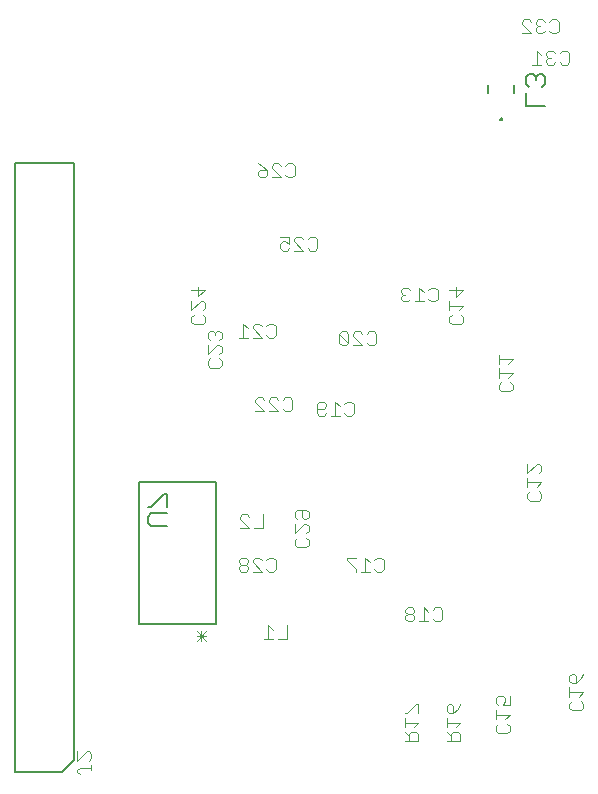
<source format=gbo>
G04 EAGLE Gerber RS-274X export*
G75*
%MOMM*%
%FSLAX34Y34*%
%LPD*%
%INSilkscreen Bottom*%
%IPPOS*%
%AMOC8*
5,1,8,0,0,1.08239X$1,22.5*%
G01*
%ADD10C,0.152400*%
%ADD11C,0.101600*%
%ADD12C,0.127000*%
%ADD13C,0.076200*%


D10*
X138952Y275082D02*
X125394Y275082D01*
X122682Y277794D01*
X122682Y283217D01*
X125394Y285929D01*
X138952Y285929D01*
X138952Y291454D02*
X138952Y302300D01*
X136240Y302300D01*
X125394Y291454D01*
X122682Y291454D01*
X442722Y630682D02*
X458992Y630682D01*
X442722Y630682D02*
X442722Y641529D01*
X456280Y647054D02*
X458992Y649765D01*
X458992Y655189D01*
X456280Y657900D01*
X453569Y657900D01*
X450857Y655189D01*
X450857Y652477D01*
X450857Y655189D02*
X448145Y657900D01*
X445434Y657900D01*
X442722Y655189D01*
X442722Y649765D01*
X445434Y647054D01*
D11*
X387092Y93298D02*
X375398Y93298D01*
X387092Y93298D02*
X387092Y99145D01*
X385143Y101094D01*
X381245Y101094D01*
X379296Y99145D01*
X379296Y93298D01*
X379296Y97196D02*
X375398Y101094D01*
X383194Y104992D02*
X387092Y108890D01*
X375398Y108890D01*
X375398Y104992D02*
X375398Y112788D01*
X385143Y120584D02*
X387092Y124482D01*
X385143Y120584D02*
X381245Y116686D01*
X377347Y116686D01*
X375398Y118635D01*
X375398Y122533D01*
X377347Y124482D01*
X379296Y124482D01*
X381245Y122533D01*
X381245Y116686D01*
X351532Y93298D02*
X339838Y93298D01*
X351532Y93298D02*
X351532Y99145D01*
X349583Y101094D01*
X345685Y101094D01*
X343736Y99145D01*
X343736Y93298D01*
X343736Y97196D02*
X339838Y101094D01*
X347634Y104992D02*
X351532Y108890D01*
X339838Y108890D01*
X339838Y104992D02*
X339838Y112788D01*
X351532Y116686D02*
X351532Y124482D01*
X349583Y124482D01*
X341787Y116686D01*
X339838Y116686D01*
X219810Y273478D02*
X219810Y285172D01*
X219810Y273478D02*
X212014Y273478D01*
X208116Y273478D02*
X200320Y273478D01*
X208116Y273478D02*
X200320Y281274D01*
X200320Y283223D01*
X202269Y285172D01*
X206167Y285172D01*
X208116Y283223D01*
X256713Y265402D02*
X258662Y263453D01*
X258662Y259555D01*
X256713Y257606D01*
X248917Y257606D01*
X246968Y259555D01*
X246968Y263453D01*
X248917Y265402D01*
X246968Y269300D02*
X246968Y277096D01*
X246968Y269300D02*
X254764Y277096D01*
X256713Y277096D01*
X258662Y275147D01*
X258662Y271249D01*
X256713Y269300D01*
X248917Y280994D02*
X246968Y282943D01*
X246968Y286841D01*
X248917Y288790D01*
X256713Y288790D01*
X258662Y286841D01*
X258662Y282943D01*
X256713Y280994D01*
X254764Y280994D01*
X252815Y282943D01*
X252815Y288790D01*
X185002Y415215D02*
X183053Y417164D01*
X185002Y415215D02*
X185002Y411317D01*
X183053Y409368D01*
X175257Y409368D01*
X173308Y411317D01*
X173308Y415215D01*
X175257Y417164D01*
X173308Y421062D02*
X173308Y428858D01*
X173308Y421062D02*
X181104Y428858D01*
X183053Y428858D01*
X185002Y426909D01*
X185002Y423011D01*
X183053Y421062D01*
X183053Y432756D02*
X185002Y434705D01*
X185002Y438603D01*
X183053Y440552D01*
X181104Y440552D01*
X179155Y438603D01*
X179155Y436654D01*
X179155Y438603D02*
X177206Y440552D01*
X175257Y440552D01*
X173308Y438603D01*
X173308Y434705D01*
X175257Y432756D01*
D12*
X9982Y582390D02*
X9982Y67390D01*
X49982Y67390D01*
X59982Y77390D01*
X59982Y582390D01*
X9982Y582390D01*
D11*
X62728Y66849D02*
X64677Y64900D01*
X62728Y66849D02*
X62728Y68798D01*
X64677Y70747D01*
X74422Y70747D01*
X74422Y68798D02*
X74422Y72696D01*
X62728Y76594D02*
X62728Y84390D01*
X62728Y76594D02*
X70524Y84390D01*
X72473Y84390D01*
X74422Y82441D01*
X74422Y78543D01*
X72473Y76594D01*
X429273Y397004D02*
X431222Y395055D01*
X431222Y391157D01*
X429273Y389208D01*
X421477Y389208D01*
X419528Y391157D01*
X419528Y395055D01*
X421477Y397004D01*
X427324Y400902D02*
X431222Y404800D01*
X419528Y404800D01*
X419528Y400902D02*
X419528Y408698D01*
X427324Y412596D02*
X431222Y416494D01*
X419528Y416494D01*
X419528Y412596D02*
X419528Y420392D01*
X453563Y304612D02*
X455512Y302663D01*
X455512Y298765D01*
X453563Y296816D01*
X445767Y296816D01*
X443818Y298765D01*
X443818Y302663D01*
X445767Y304612D01*
X451614Y308510D02*
X455512Y312408D01*
X443818Y312408D01*
X443818Y308510D02*
X443818Y316306D01*
X443818Y320204D02*
X443818Y328000D01*
X443818Y320204D02*
X451614Y328000D01*
X453563Y328000D01*
X455512Y326051D01*
X455512Y322153D01*
X453563Y320204D01*
X389472Y452045D02*
X387523Y453994D01*
X389472Y452045D02*
X389472Y448147D01*
X387523Y446198D01*
X379727Y446198D01*
X377778Y448147D01*
X377778Y452045D01*
X379727Y453994D01*
X385574Y457892D02*
X389472Y461790D01*
X377778Y461790D01*
X377778Y457892D02*
X377778Y465688D01*
X377778Y475433D02*
X389472Y475433D01*
X383625Y469586D01*
X383625Y477382D01*
X362025Y477102D02*
X360076Y475153D01*
X362025Y477102D02*
X365923Y477102D01*
X367872Y475153D01*
X367872Y467357D01*
X365923Y465408D01*
X362025Y465408D01*
X360076Y467357D01*
X356178Y473204D02*
X352280Y477102D01*
X352280Y465408D01*
X356178Y465408D02*
X348382Y465408D01*
X344484Y475153D02*
X342535Y477102D01*
X338637Y477102D01*
X336688Y475153D01*
X336688Y473204D01*
X338637Y471255D01*
X340586Y471255D01*
X338637Y471255D02*
X336688Y469306D01*
X336688Y467357D01*
X338637Y465408D01*
X342535Y465408D01*
X344484Y467357D01*
X170952Y452125D02*
X169003Y454074D01*
X170952Y452125D02*
X170952Y448227D01*
X169003Y446278D01*
X161207Y446278D01*
X159258Y448227D01*
X159258Y452125D01*
X161207Y454074D01*
X159258Y457972D02*
X159258Y465768D01*
X159258Y457972D02*
X167054Y465768D01*
X169003Y465768D01*
X170952Y463819D01*
X170952Y459921D01*
X169003Y457972D01*
X170952Y475513D02*
X159258Y475513D01*
X165105Y469666D02*
X170952Y475513D01*
X165105Y477462D02*
X165105Y469666D01*
X426813Y107842D02*
X428762Y105893D01*
X428762Y101995D01*
X426813Y100046D01*
X419017Y100046D01*
X417068Y101995D01*
X417068Y105893D01*
X419017Y107842D01*
X424864Y111740D02*
X428762Y115638D01*
X417068Y115638D01*
X417068Y111740D02*
X417068Y119536D01*
X428762Y123434D02*
X428762Y131230D01*
X428762Y123434D02*
X422915Y123434D01*
X424864Y127332D01*
X424864Y129281D01*
X422915Y131230D01*
X419017Y131230D01*
X417068Y129281D01*
X417068Y125383D01*
X419017Y123434D01*
X489043Y126892D02*
X490992Y124943D01*
X490992Y121045D01*
X489043Y119096D01*
X481247Y119096D01*
X479298Y121045D01*
X479298Y124943D01*
X481247Y126892D01*
X487094Y130790D02*
X490992Y134688D01*
X479298Y134688D01*
X479298Y130790D02*
X479298Y138586D01*
X489043Y146382D02*
X490992Y150280D01*
X489043Y146382D02*
X485145Y142484D01*
X481247Y142484D01*
X479298Y144433D01*
X479298Y148331D01*
X481247Y150280D01*
X483196Y150280D01*
X485145Y148331D01*
X485145Y142484D01*
X365755Y206512D02*
X363806Y204563D01*
X365755Y206512D02*
X369653Y206512D01*
X371602Y204563D01*
X371602Y196767D01*
X369653Y194818D01*
X365755Y194818D01*
X363806Y196767D01*
X359908Y202614D02*
X356010Y206512D01*
X356010Y194818D01*
X359908Y194818D02*
X352112Y194818D01*
X348214Y204563D02*
X346265Y206512D01*
X342367Y206512D01*
X340418Y204563D01*
X340418Y202614D01*
X342367Y200665D01*
X340418Y198716D01*
X340418Y196767D01*
X342367Y194818D01*
X346265Y194818D01*
X348214Y196767D01*
X348214Y198716D01*
X346265Y200665D01*
X348214Y202614D01*
X348214Y204563D01*
X346265Y200665D02*
X342367Y200665D01*
X314276Y246473D02*
X316225Y248422D01*
X320123Y248422D01*
X322072Y246473D01*
X322072Y238677D01*
X320123Y236728D01*
X316225Y236728D01*
X314276Y238677D01*
X310378Y244524D02*
X306480Y248422D01*
X306480Y236728D01*
X310378Y236728D02*
X302582Y236728D01*
X298684Y248422D02*
X290888Y248422D01*
X290888Y246473D01*
X298684Y238677D01*
X298684Y236728D01*
D10*
X115062Y192532D02*
X115062Y312420D01*
X180086Y312420D01*
X180086Y192532D01*
X115062Y192532D01*
D13*
X163662Y186146D02*
X171628Y178181D01*
X171628Y186146D02*
X163662Y178181D01*
X167645Y178181D02*
X167645Y186146D01*
X163662Y182164D02*
X171628Y182164D01*
D11*
X222836Y246473D02*
X224785Y248422D01*
X228683Y248422D01*
X230632Y246473D01*
X230632Y238677D01*
X228683Y236728D01*
X224785Y236728D01*
X222836Y238677D01*
X218938Y236728D02*
X211142Y236728D01*
X218938Y236728D02*
X211142Y244524D01*
X211142Y246473D01*
X213091Y248422D01*
X216989Y248422D01*
X218938Y246473D01*
X207244Y246473D02*
X205295Y248422D01*
X201397Y248422D01*
X199448Y246473D01*
X199448Y244524D01*
X201397Y242575D01*
X199448Y240626D01*
X199448Y238677D01*
X201397Y236728D01*
X205295Y236728D01*
X207244Y238677D01*
X207244Y240626D01*
X205295Y242575D01*
X207244Y244524D01*
X207244Y246473D01*
X205295Y242575D02*
X201397Y242575D01*
X240050Y191272D02*
X240050Y179578D01*
X232254Y179578D01*
X228356Y187374D02*
X224458Y191272D01*
X224458Y179578D01*
X228356Y179578D02*
X220560Y179578D01*
D10*
X410464Y641858D02*
X410464Y648462D01*
X432816Y648462D02*
X432816Y641858D01*
X421640Y620522D02*
X421586Y620520D01*
X421532Y620514D01*
X421478Y620505D01*
X421425Y620491D01*
X421374Y620474D01*
X421323Y620453D01*
X421275Y620429D01*
X421228Y620401D01*
X421183Y620370D01*
X421141Y620336D01*
X421101Y620299D01*
X421064Y620259D01*
X421030Y620217D01*
X420999Y620172D01*
X420971Y620125D01*
X420947Y620077D01*
X420926Y620026D01*
X420909Y619975D01*
X420895Y619922D01*
X420886Y619868D01*
X420880Y619814D01*
X420878Y619760D01*
X420880Y619706D01*
X420886Y619652D01*
X420895Y619598D01*
X420909Y619545D01*
X420926Y619494D01*
X420947Y619443D01*
X420971Y619395D01*
X420999Y619348D01*
X421030Y619303D01*
X421064Y619261D01*
X421101Y619221D01*
X421141Y619184D01*
X421183Y619150D01*
X421228Y619119D01*
X421275Y619091D01*
X421323Y619067D01*
X421374Y619046D01*
X421425Y619029D01*
X421478Y619015D01*
X421532Y619006D01*
X421586Y619000D01*
X421640Y618998D01*
X421694Y619000D01*
X421748Y619006D01*
X421802Y619015D01*
X421855Y619029D01*
X421906Y619046D01*
X421957Y619067D01*
X422005Y619091D01*
X422052Y619119D01*
X422097Y619150D01*
X422139Y619184D01*
X422179Y619221D01*
X422216Y619261D01*
X422250Y619303D01*
X422281Y619348D01*
X422309Y619395D01*
X422333Y619443D01*
X422354Y619494D01*
X422371Y619545D01*
X422385Y619598D01*
X422394Y619652D01*
X422400Y619706D01*
X422402Y619760D01*
X422400Y619814D01*
X422394Y619868D01*
X422385Y619922D01*
X422371Y619975D01*
X422354Y620026D01*
X422333Y620077D01*
X422309Y620125D01*
X422281Y620172D01*
X422250Y620217D01*
X422216Y620259D01*
X422179Y620299D01*
X422139Y620336D01*
X422097Y620370D01*
X422052Y620401D01*
X422005Y620429D01*
X421957Y620453D01*
X421906Y620474D01*
X421855Y620491D01*
X421802Y620505D01*
X421748Y620514D01*
X421694Y620520D01*
X421640Y620522D01*
D11*
X471278Y675733D02*
X473227Y677682D01*
X477125Y677682D01*
X479074Y675733D01*
X479074Y667937D01*
X477125Y665988D01*
X473227Y665988D01*
X471278Y667937D01*
X467380Y675733D02*
X465431Y677682D01*
X461533Y677682D01*
X459584Y675733D01*
X459584Y673784D01*
X461533Y671835D01*
X463482Y671835D01*
X461533Y671835D02*
X459584Y669886D01*
X459584Y667937D01*
X461533Y665988D01*
X465431Y665988D01*
X467380Y667937D01*
X455686Y673784D02*
X451788Y677682D01*
X451788Y665988D01*
X455686Y665988D02*
X447890Y665988D01*
X462388Y702403D02*
X464337Y704352D01*
X468235Y704352D01*
X470184Y702403D01*
X470184Y694607D01*
X468235Y692658D01*
X464337Y692658D01*
X462388Y694607D01*
X458490Y702403D02*
X456541Y704352D01*
X452643Y704352D01*
X450694Y702403D01*
X450694Y700454D01*
X452643Y698505D01*
X454592Y698505D01*
X452643Y698505D02*
X450694Y696556D01*
X450694Y694607D01*
X452643Y692658D01*
X456541Y692658D01*
X458490Y694607D01*
X446796Y692658D02*
X439000Y692658D01*
X446796Y692658D02*
X439000Y700454D01*
X439000Y702403D01*
X440949Y704352D01*
X444847Y704352D01*
X446796Y702403D01*
X259867Y520202D02*
X257918Y518253D01*
X259867Y520202D02*
X263765Y520202D01*
X265714Y518253D01*
X265714Y510457D01*
X263765Y508508D01*
X259867Y508508D01*
X257918Y510457D01*
X254020Y508508D02*
X246224Y508508D01*
X254020Y508508D02*
X246224Y516304D01*
X246224Y518253D01*
X248173Y520202D01*
X252071Y520202D01*
X254020Y518253D01*
X242326Y520202D02*
X234530Y520202D01*
X242326Y520202D02*
X242326Y514355D01*
X238428Y516304D01*
X236479Y516304D01*
X234530Y514355D01*
X234530Y510457D01*
X236479Y508508D01*
X240377Y508508D01*
X242326Y510457D01*
X238868Y580483D02*
X240817Y582432D01*
X244715Y582432D01*
X246664Y580483D01*
X246664Y572687D01*
X244715Y570738D01*
X240817Y570738D01*
X238868Y572687D01*
X234970Y570738D02*
X227174Y570738D01*
X234970Y570738D02*
X227174Y578534D01*
X227174Y580483D01*
X229123Y582432D01*
X233021Y582432D01*
X234970Y580483D01*
X219378Y580483D02*
X215480Y582432D01*
X219378Y580483D02*
X223276Y576585D01*
X223276Y572687D01*
X221327Y570738D01*
X217429Y570738D01*
X215480Y572687D01*
X215480Y574636D01*
X217429Y576585D01*
X223276Y576585D01*
X290825Y380502D02*
X288876Y378553D01*
X290825Y380502D02*
X294723Y380502D01*
X296672Y378553D01*
X296672Y370757D01*
X294723Y368808D01*
X290825Y368808D01*
X288876Y370757D01*
X284978Y376604D02*
X281080Y380502D01*
X281080Y368808D01*
X284978Y368808D02*
X277182Y368808D01*
X273284Y370757D02*
X271335Y368808D01*
X267437Y368808D01*
X265488Y370757D01*
X265488Y378553D01*
X267437Y380502D01*
X271335Y380502D01*
X273284Y378553D01*
X273284Y376604D01*
X271335Y374655D01*
X265488Y374655D01*
X307926Y438243D02*
X309875Y440192D01*
X313773Y440192D01*
X315722Y438243D01*
X315722Y430447D01*
X313773Y428498D01*
X309875Y428498D01*
X307926Y430447D01*
X304028Y428498D02*
X296232Y428498D01*
X304028Y428498D02*
X296232Y436294D01*
X296232Y438243D01*
X298181Y440192D01*
X302079Y440192D01*
X304028Y438243D01*
X292334Y438243D02*
X292334Y430447D01*
X292334Y438243D02*
X290385Y440192D01*
X286487Y440192D01*
X284538Y438243D01*
X284538Y430447D01*
X286487Y428498D01*
X290385Y428498D01*
X292334Y430447D01*
X284538Y438243D01*
X224785Y446542D02*
X222836Y444593D01*
X224785Y446542D02*
X228683Y446542D01*
X230632Y444593D01*
X230632Y436797D01*
X228683Y434848D01*
X224785Y434848D01*
X222836Y436797D01*
X218938Y434848D02*
X211142Y434848D01*
X218938Y434848D02*
X211142Y442644D01*
X211142Y444593D01*
X213091Y446542D01*
X216989Y446542D01*
X218938Y444593D01*
X207244Y442644D02*
X203346Y446542D01*
X203346Y434848D01*
X207244Y434848D02*
X199448Y434848D01*
X238755Y384312D02*
X236806Y382363D01*
X238755Y384312D02*
X242653Y384312D01*
X244602Y382363D01*
X244602Y374567D01*
X242653Y372618D01*
X238755Y372618D01*
X236806Y374567D01*
X232908Y372618D02*
X225112Y372618D01*
X232908Y372618D02*
X225112Y380414D01*
X225112Y382363D01*
X227061Y384312D01*
X230959Y384312D01*
X232908Y382363D01*
X221214Y372618D02*
X213418Y372618D01*
X221214Y372618D02*
X213418Y380414D01*
X213418Y382363D01*
X215367Y384312D01*
X219265Y384312D01*
X221214Y382363D01*
M02*

</source>
